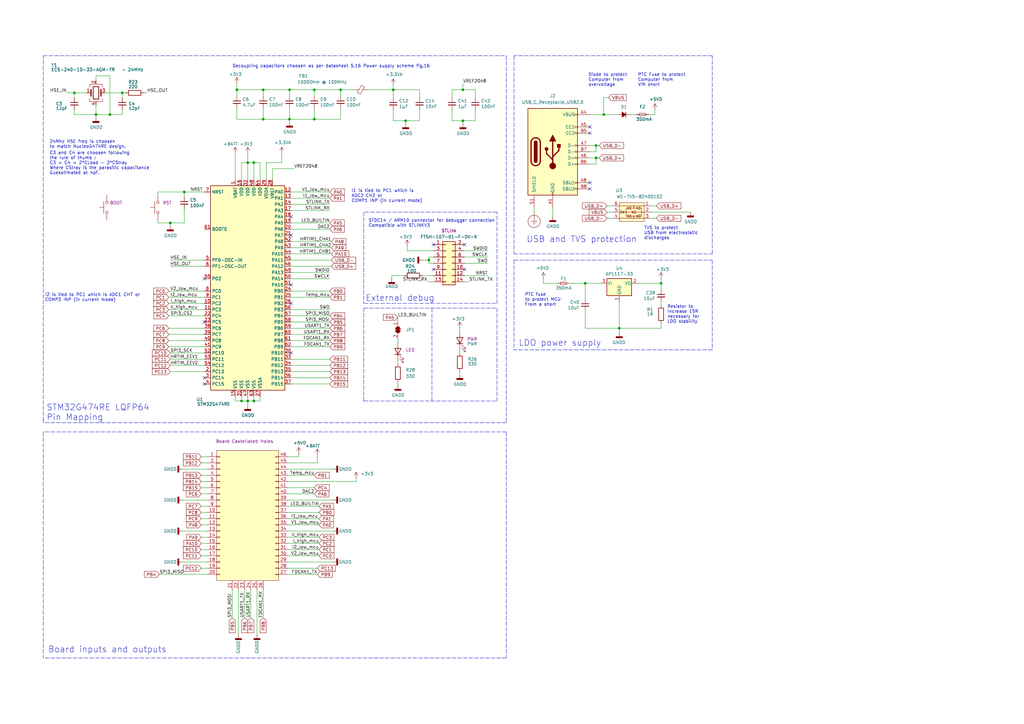
<source format=kicad_sch>
(kicad_sch (version 20211123) (generator eeschema)
  (paper "A3")
  (title_block (title "MCU Shield Board Scheme V1.1.2") (date "2021-06-04") (company "https://gitlab.laas.fr/owntech/1leg/-/tree/V1.1.2/KiCAD_files") (comment 1 "Alinei") (comment 2 "Villa") (comment 3 "Villa") (comment 4 "GFE"))
  (junction (at 97.155 36.83))
  (junction (at 104.14 66.675))
  (junction (at 101.6 164.465))
  (junction (at 107.95 36.83))
  (junction (at 240.03 116.205))
  (junction (at 104.14 164.465))
  (junction (at 118.745 48.895))
  (junction (at 244.475 64.77))
  (junction (at 101.6 66.675))
  (junction (at 139.7 36.83))
  (junction (at 128.905 36.83))
  (junction (at 271.145 116.205))
  (junction (at 166.37 49.53))
  (junction (at 247.65 46.99))
  (junction (at 161.29 36.83))
  (junction (at 75.565 78.74))
  (junction (at 254 134.62))
  (junction (at 39.37 46.99))
  (junction (at 118.745 36.83))
  (junction (at 30.48 38.1))
  (junction (at 244.475 59.69))
  (junction (at 99.06 164.465))
  (junction (at 50.165 38.1))
  (junction (at 128.905 48.895))
  (junction (at 107.95 48.895))
  (junction (at 189.865 36.83))
  (junction (at 175.895 106.68))
  (junction (at 69.85 91.44))
  (junction (at 45.085 46.99))
  (junction (at 189.865 49.53))
  (no_connect (at 119.38 124.46))
  (no_connect (at 83.82 154.94))
  (no_connect (at 119.38 96.52))
  (no_connect (at 241.935 52.07))
  (no_connect (at 241.935 54.61))
  (no_connect (at 241.935 77.47))
  (no_connect (at 241.935 74.93))
  (no_connect (at 190.5 100.33))
  (no_connect (at 190.5 110.49))
  (no_connect (at 119.38 116.84))
  (no_connect (at 83.82 114.3))
  (no_connect (at 177.8 110.49))
  (no_connect (at 83.82 132.08))
  (no_connect (at 119.38 144.78))
  (no_connect (at 119.38 88.9))
  (no_connect (at 177.8 100.33))
  (no_connect (at 83.82 157.48))
  (polyline (pts (xy 203.835 126.365) (xy 203.835 164.465)))
  (wire (pts (xy 185.42 36.83) (xy 189.865 36.83)))
  (wire (pts (xy 118.11 187.325) (xy 122.555 187.325)))
  (wire (pts (xy 30.48 38.1) (xy 35.56 38.1)))
  (wire (pts (xy 244.475 64.77) (xy 245.745 64.77)))
  (wire (pts (xy 161.29 45.085) (xy 161.29 49.53)))
  (wire (pts (xy 188.595 143.51) (xy 188.595 144.78)))
  (wire (pts (xy 99.06 66.675) (xy 101.6 66.675)))
  (wire (pts (xy 104.14 162.56) (xy 104.14 164.465)))
  (wire (pts (xy 136.525 217.805) (xy 118.11 217.805)))
  (wire (pts (xy 97.155 44.45) (xy 97.155 48.895)))
  (wire (pts (xy 249.555 40.005) (xy 247.65 40.005)))
  (wire (pts (xy 30.48 40.005) (xy 30.48 38.1)))
  (wire (pts (xy 97.155 36.83) (xy 97.155 39.37)))
  (wire (pts (xy 119.38 78.74) (xy 135.255 78.74)))
  (wire (pts (xy 27.305 38.1) (xy 30.48 38.1)))
  (wire (pts (xy 82.55 212.725) (xy 85.09 212.725)))
  (wire (pts (xy 82.55 207.645) (xy 85.09 207.645)))
  (polyline (pts (xy 210.82 106.68) (xy 292.1 106.68)))
  (wire (pts (xy 118.745 48.895) (xy 118.745 50.165)))
  (wire (pts (xy 96.52 162.56) (xy 96.52 164.465)))
  (wire (pts (xy 246.38 116.205) (xy 240.03 116.205)))
  (wire (pts (xy 161.29 36.83) (xy 161.29 34.925)))
  (polyline (pts (xy 210.82 104.14) (xy 292.1 104.14)))
  (wire (pts (xy 200.025 102.87) (xy 190.5 102.87)))
  (wire (pts (xy 82.55 197.485) (xy 85.09 197.485)))
  (wire (pts (xy 82.55 225.425) (xy 85.09 225.425)))
  (wire (pts (xy 104.14 73.66) (xy 104.14 66.675)))
  (wire (pts (xy 69.215 139.7) (xy 83.82 139.7)))
  (wire (pts (xy 59.055 38.1) (xy 60.325 38.1)))
  (wire (pts (xy 119.38 149.86) (xy 135.255 149.86)))
  (wire (pts (xy 118.745 48.895) (xy 128.905 48.895)))
  (wire (pts (xy 161.29 49.53) (xy 166.37 49.53)))
  (wire (pts (xy 247.65 46.99) (xy 253.365 46.99)))
  (wire (pts (xy 69.85 106.68) (xy 83.82 106.68)))
  (wire (pts (xy 254 123.825) (xy 254 134.62)))
  (wire (pts (xy 175.895 105.41) (xy 175.895 106.68)))
  (wire (pts (xy 39.37 33.02) (xy 39.37 31.115)))
  (wire (pts (xy 39.37 46.99) (xy 39.37 48.26)))
  (polyline (pts (xy 207.645 177.165) (xy 17.78 177.165)))
  (wire (pts (xy 119.38 109.22) (xy 135.89 109.22)))
  (wire (pts (xy 118.745 36.83) (xy 128.905 36.83)))
  (wire (pts (xy 69.85 149.86) (xy 83.82 149.86)))
  (wire (pts (xy 118.11 200.025) (xy 128.905 200.025)))
  (wire (pts (xy 248.92 86.995) (xy 251.46 86.995)))
  (wire (pts (xy 99.06 162.56) (xy 99.06 164.465)))
  (wire (pts (xy 118.11 212.725) (xy 130.81 212.725)))
  (wire (pts (xy 119.38 83.82) (xy 135.255 83.82)))
  (wire (pts (xy 74.93 192.405) (xy 85.09 192.405)))
  (wire (pts (xy 111.76 73.66) (xy 111.76 69.215)))
  (wire (pts (xy 82.55 194.945) (xy 85.09 194.945)))
  (polyline (pts (xy 292.1 106.68) (xy 292.1 143.51)))
  (wire (pts (xy 189.865 34.29) (xy 189.865 36.83)))
  (wire (pts (xy 82.55 222.885) (xy 85.09 222.885)))
  (wire (pts (xy 118.11 197.485) (xy 146.05 197.485)))
  (wire (pts (xy 82.55 189.865) (xy 85.09 189.865)))
  (wire (pts (xy 167.005 100.965) (xy 167.005 102.87)))
  (polyline (pts (xy 149.225 164.465) (xy 149.225 126.365)))
  (wire (pts (xy 85.09 187.325) (xy 82.55 187.325)))
  (polyline (pts (xy 149.225 126.365) (xy 203.835 126.365)))
  (wire (pts (xy 258.445 46.99) (xy 260.985 46.99)))
  (wire (pts (xy 172.085 45.085) (xy 172.085 49.53)))
  (wire (pts (xy 173.355 106.68) (xy 175.895 106.68)))
  (polyline (pts (xy 210.82 22.86) (xy 210.82 104.14)))
  (wire (pts (xy 69.215 127) (xy 83.82 127)))
  (wire (pts (xy 135.255 142.24) (xy 119.38 142.24)))
  (wire (pts (xy 194.945 36.83) (xy 194.945 40.005)))
  (wire (pts (xy 241.935 59.69) (xy 244.475 59.69)))
  (wire (pts (xy 105.41 260.35) (xy 105.41 241.935)))
  (wire (pts (xy 163.195 139.065) (xy 163.195 140.335)))
  (wire (pts (xy 139.7 36.83) (xy 145.415 36.83)))
  (wire (pts (xy 69.85 109.22) (xy 83.82 109.22)))
  (wire (pts (xy 222.885 114.3) (xy 222.885 116.205)))
  (wire (pts (xy 69.215 119.38) (xy 83.82 119.38)))
  (wire (pts (xy 119.38 147.32) (xy 135.255 147.32)))
  (wire (pts (xy 146.05 196.215) (xy 146.05 197.485)))
  (wire (pts (xy 82.55 233.045) (xy 85.09 233.045)))
  (wire (pts (xy 135.255 134.62) (xy 119.38 134.62)))
  (wire (pts (xy 118.11 227.965) (xy 130.81 227.965)))
  (wire (pts (xy 119.38 129.54) (xy 135.255 129.54)))
  (wire (pts (xy 240.03 127.635) (xy 240.03 134.62)))
  (wire (pts (xy 74.93 217.805) (xy 85.09 217.805)))
  (wire (pts (xy 163.195 156.845) (xy 163.195 158.115)))
  (wire (pts (xy 82.55 210.185) (xy 85.09 210.185)))
  (wire (pts (xy 118.11 225.425) (xy 130.81 225.425)))
  (wire (pts (xy 254 134.62) (xy 271.145 134.62)))
  (wire (pts (xy 118.11 222.885) (xy 130.81 222.885)))
  (polyline (pts (xy 292.1 143.51) (xy 210.82 143.51)))
  (polyline (pts (xy 17.78 177.165) (xy 17.78 269.875)))
  (polyline (pts (xy 17.78 172.72) (xy 17.78 22.86)))
  (wire (pts (xy 200.025 113.03) (xy 190.5 113.03)))
  (wire (pts (xy 39.37 43.18) (xy 39.37 46.99)))
  (wire (pts (xy 69.215 137.16) (xy 83.82 137.16)))
  (wire (pts (xy 185.42 45.085) (xy 185.42 49.53)))
  (wire (pts (xy 119.38 137.16) (xy 135.255 137.16)))
  (wire (pts (xy 69.215 142.24) (xy 83.82 142.24)))
  (wire (pts (xy 175.895 107.95) (xy 177.8 107.95)))
  (wire (pts (xy 107.95 48.895) (xy 118.745 48.895)))
  (wire (pts (xy 128.905 44.45) (xy 128.905 48.895)))
  (wire (pts (xy 100.33 241.935) (xy 100.33 253.365)))
  (wire (pts (xy 139.7 48.895) (xy 139.7 44.45)))
  (wire (pts (xy 64.77 91.44) (xy 64.77 90.17)))
  (wire (pts (xy 172.085 36.83) (xy 161.29 36.83)))
  (wire (pts (xy 119.38 139.7) (xy 135.255 139.7)))
  (wire (pts (xy 107.95 44.45) (xy 107.95 48.895)))
  (wire (pts (xy 173.355 113.03) (xy 177.8 113.03)))
  (wire (pts (xy 122.555 186.055) (xy 122.555 187.325)))
  (wire (pts (xy 119.38 127) (xy 135.255 127)))
  (wire (pts (xy 107.95 241.935) (xy 107.95 253.365)))
  (polyline (pts (xy 207.645 22.86) (xy 207.645 173.355)))
  (wire (pts (xy 119.38 106.68) (xy 135.89 106.68)))
  (wire (pts (xy 161.29 40.005) (xy 161.29 36.83)))
  (wire (pts (xy 82.55 202.565) (xy 85.09 202.565)))
  (wire (pts (xy 95.25 253.365) (xy 95.25 241.935)))
  (wire (pts (xy 222.885 116.205) (xy 228.6 116.205)))
  (wire (pts (xy 248.92 89.535) (xy 251.46 89.535)))
  (wire (pts (xy 115.57 66.675) (xy 109.22 66.675)))
  (wire (pts (xy 271.145 123.825) (xy 271.145 125.095)))
  (wire (pts (xy 136.525 230.505) (xy 118.11 230.505)))
  (wire (pts (xy 119.38 99.06) (xy 135.89 99.06)))
  (wire (pts (xy 135.255 86.36) (xy 119.38 86.36)))
  (wire (pts (xy 118.11 235.585) (xy 130.175 235.585)))
  (wire (pts (xy 118.11 210.185) (xy 130.81 210.185)))
  (wire (pts (xy 185.42 40.005) (xy 185.42 36.83)))
  (polyline (pts (xy 17.78 173.355) (xy 17.78 172.085)))
  (wire (pts (xy 43.18 38.1) (xy 50.165 38.1)))
  (wire (pts (xy 75.565 78.74) (xy 64.77 78.74)))
  (wire (pts (xy 97.155 36.83) (xy 107.95 36.83)))
  (wire (pts (xy 244.475 62.23) (xy 244.475 59.69)))
  (wire (pts (xy 240.03 134.62) (xy 254 134.62)))
  (wire (pts (xy 244.475 59.69) (xy 245.745 59.69)))
  (wire (pts (xy 266.7 84.455) (xy 269.24 84.455)))
  (wire (pts (xy 83.82 147.32) (xy 69.85 147.32)))
  (wire (pts (xy 64.77 78.74) (xy 64.77 80.01)))
  (wire (pts (xy 241.935 62.23) (xy 244.475 62.23)))
  (wire (pts (xy 118.745 44.45) (xy 118.745 48.895)))
  (wire (pts (xy 69.215 124.46) (xy 83.82 124.46)))
  (wire (pts (xy 271.145 116.205) (xy 271.145 118.745)))
  (wire (pts (xy 128.905 48.895) (xy 139.7 48.895)))
  (wire (pts (xy 106.68 164.465) (xy 106.68 162.56)))
  (wire (pts (xy 163.195 130.175) (xy 163.195 131.445)))
  (wire (pts (xy 118.11 233.045) (xy 130.175 233.045)))
  (wire (pts (xy 69.215 121.92) (xy 83.82 121.92)))
  (wire (pts (xy 175.895 106.68) (xy 175.895 107.95)))
  (wire (pts (xy 244.475 67.31) (xy 244.475 64.77)))
  (polyline (pts (xy 203.835 124.46) (xy 203.835 86.995)))
  (wire (pts (xy 219.075 85.09) (xy 219.075 86.995)))
  (wire (pts (xy 45.085 46.99) (xy 50.165 46.99)))
  (wire (pts (xy 99.06 164.465) (xy 101.6 164.465)))
  (wire (pts (xy 82.55 220.345) (xy 85.09 220.345)))
  (wire (pts (xy 69.215 134.62) (xy 83.82 134.62)))
  (wire (pts (xy 166.37 49.53) (xy 166.37 50.8)))
  (wire (pts (xy 101.6 164.465) (xy 104.14 164.465)))
  (wire (pts (xy 106.68 73.66) (xy 106.68 66.675)))
  (polyline (pts (xy 210.82 106.68) (xy 210.82 143.51)))
  (wire (pts (xy 166.37 49.53) (xy 172.085 49.53)))
  (wire (pts (xy 97.155 48.895) (xy 107.95 48.895)))
  (wire (pts (xy 188.595 134.62) (xy 188.595 135.89)))
  (polyline (pts (xy 149.225 124.46) (xy 203.835 124.46)))
  (wire (pts (xy 119.38 104.14) (xy 135.89 104.14)))
  (wire (pts (xy 160.655 113.03) (xy 160.655 114.3)))
  (wire (pts (xy 83.82 78.74) (xy 75.565 78.74)))
  (wire (pts (xy 69.215 129.54) (xy 83.82 129.54)))
  (wire (pts (xy 247.65 40.005) (xy 247.65 46.99)))
  (wire (pts (xy 97.155 36.83) (xy 97.155 34.29)))
  (wire (pts (xy 119.38 132.08) (xy 135.255 132.08)))
  (wire (pts (xy 119.38 93.98) (xy 135.255 93.98)))
  (wire (pts (xy 271.145 114.3) (xy 271.145 116.205)))
  (wire (pts (xy 74.93 205.105) (xy 85.09 205.105)))
  (wire (pts (xy 101.6 166.37) (xy 101.6 164.465)))
  (wire (pts (xy 119.38 121.92) (xy 135.255 121.92)))
  (wire (pts (xy 160.655 113.03) (xy 165.735 113.03)))
  (wire (pts (xy 261.62 116.205) (xy 271.145 116.205)))
  (wire (pts (xy 185.42 49.53) (xy 189.865 49.53)))
  (wire (pts (xy 101.6 73.66) (xy 101.6 66.675)))
  (wire (pts (xy 189.865 50.8) (xy 189.865 49.53)))
  (wire (pts (xy 189.865 49.53) (xy 194.945 49.53)))
  (wire (pts (xy 101.6 162.56) (xy 101.6 164.465)))
  (wire (pts (xy 50.165 38.1) (xy 50.165 40.005)))
  (wire (pts (xy 82.55 227.965) (xy 85.09 227.965)))
  (wire (pts (xy 118.11 220.345) (xy 130.81 220.345)))
  (wire (pts (xy 266.7 86.995) (xy 283.21 86.995)))
  (wire (pts (xy 177.8 115.57) (xy 175.26 115.57)))
  (wire (pts (xy 104.14 164.465) (xy 106.68 164.465)))
  (wire (pts (xy 119.38 154.94) (xy 135.255 154.94)))
  (wire (pts (xy 192.405 115.57) (xy 190.5 115.57)))
  (wire (pts (xy 102.87 241.935) (xy 102.87 253.365)))
  (polyline (pts (xy 207.645 269.875) (xy 17.78 269.875)))
  (wire (pts (xy 119.38 111.76) (xy 135.255 111.76)))
  (wire (pts (xy 75.565 85.725) (xy 75.565 91.44)))
  (wire (pts (xy 118.11 202.565) (xy 128.905 202.565)))
  (wire (pts (xy 119.38 101.6) (xy 135.89 101.6)))
  (wire (pts (xy 163.195 147.955) (xy 163.195 149.225)))
  (polyline (pts (xy 17.78 22.86) (xy 207.645 22.86)))
  (polyline (pts (xy 207.645 177.165) (xy 207.645 269.875)))
  (wire (pts (xy 119.38 157.48) (xy 135.255 157.48)))
  (wire (pts (xy 188.595 152.4) (xy 188.595 153.67)))
  (wire (pts (xy 111.76 69.215) (xy 120.65 69.215)))
  (wire (pts (xy 69.85 152.4) (xy 83.82 152.4)))
  (wire (pts (xy 136.525 205.105) (xy 118.11 205.105)))
  (wire (pts (xy 118.11 194.945) (xy 128.905 194.945)))
  (wire (pts (xy 177.8 105.41) (xy 175.895 105.41)))
  (polyline (pts (xy 177.165 126.365) (xy 177.165 164.465)))
  (wire (pts (xy 271.145 132.715) (xy 271.145 134.62)))
  (wire (pts (xy 107.95 36.83) (xy 118.745 36.83)))
  (polyline (pts (xy 207.645 173.355) (xy 17.78 173.355)))
  (wire (pts (xy 118.745 39.37) (xy 118.745 36.83)))
  (wire (pts (xy 226.695 85.09) (xy 226.695 88.9)))
  (wire (pts (xy 241.935 46.99) (xy 247.65 46.99)))
  (wire (pts (xy 97.79 260.35) (xy 97.79 241.935)))
  (wire (pts (xy 74.93 230.505) (xy 85.09 230.505)))
  (wire (pts (xy 96.52 164.465) (xy 99.06 164.465)))
  (polyline (pts (xy 292.1 22.86) (xy 210.82 22.86)))
  (wire (pts (xy 200.025 105.41) (xy 190.5 105.41)))
  (wire (pts (xy 51.435 38.1) (xy 50.165 38.1)))
  (wire (pts (xy 82.55 215.265) (xy 85.09 215.265)))
  (wire (pts (xy 268.605 45.085) (xy 268.605 46.99)))
  (wire (pts (xy 69.85 91.44) (xy 64.77 91.44)))
  (wire (pts (xy 136.525 192.405) (xy 118.11 192.405)))
  (polyline (pts (xy 149.225 86.995) (xy 149.225 124.46)))
  (polyline (pts (xy 292.1 104.14) (xy 292.1 22.86)))
  (wire (pts (xy 39.37 46.99) (xy 45.085 46.99)))
  (wire (pts (xy 107.95 39.37) (xy 107.95 36.83)))
  (wire (pts (xy 241.935 67.31) (xy 244.475 67.31)))
  (wire (pts (xy 75.565 78.74) (xy 75.565 80.645)))
  (wire (pts (xy 241.935 64.77) (xy 244.475 64.77)))
  (wire (pts (xy 99.06 66.675) (xy 99.06 73.66)))
  (wire (pts (xy 119.38 114.3) (xy 135.255 114.3)))
  (wire (pts (xy 50.165 46.99) (xy 50.165 45.085)))
  (wire (pts (xy 240.03 122.555) (xy 240.03 116.205)))
  (wire (pts (xy 200.025 107.95) (xy 190.5 107.95)))
  (wire (pts (xy 30.48 46.99) (xy 39.37 46.99)))
  (wire (pts (xy 75.565 91.44) (xy 69.85 91.44)))
  (wire (pts (xy 45.085 31.115) (xy 45.085 46.99)))
  (wire (pts (xy 118.11 215.265) (xy 130.81 215.265)))
  (wire (pts (xy 189.865 36.83) (xy 194.945 36.83)))
  (wire (pts (xy 118.11 207.645) (xy 130.81 207.645)))
  (wire (pts (xy 139.7 36.83) (xy 139.7 39.37)))
  (wire (pts (xy 96.52 62.865) (xy 96.52 73.66)))
  (wire (pts (xy 104.14 66.675) (xy 106.68 66.675)))
  (wire (pts (xy 115.57 62.865) (xy 115.57 66.675)))
  (wire (pts (xy 119.38 119.38) (xy 135.255 119.38)))
  (wire (pts (xy 109.22 66.675) (xy 109.22 73.66)))
  (wire (pts (xy 150.495 36.83) (xy 161.29 36.83)))
  (wire (pts (xy 266.065 46.99) (xy 268.605 46.99)))
  (polyline (pts (xy 203.835 86.995) (xy 149.225 86.995)))
  (wire (pts (xy 69.85 92.71) (xy 69.85 91.44)))
  (wire (pts (xy 119.38 81.28) (xy 135.255 81.28)))
  (wire (pts (xy 130.175 189.865) (xy 118.11 189.865)))
  (wire (pts (xy 254 134.62) (xy 254 136.525)))
  (wire (pts (xy 83.82 144.78) (xy 69.85 144.78)))
  (polyline (pts (xy 149.225 164.465) (xy 203.835 164.465)))
  (wire (pts (xy 266.7 89.535) (xy 269.24 89.535)))
  (wire (pts (xy 167.005 102.87) (xy 177.8 102.87)))
  (wire (pts (xy 233.68 116.205) (xy 240.03 116.205)))
  (wire (pts (xy 82.55 200.025) (xy 85.09 200.025)))
  (wire (pts (xy 119.38 91.44) (xy 135.255 91.44)))
  (wire (pts (xy 30.48 45.085) (xy 30.48 46.99)))
  (wire (pts (xy 119.38 152.4) (xy 135.255 152.4)))
  (wire (pts (xy 128.905 36.83) (xy 139.7 36.83)))
  (wire (pts (xy 194.945 49.53) (xy 194.945 45.085)))
  (wire (pts (xy 101.6 66.675) (xy 104.14 66.675)))
  (wire (pts (xy 65.405 235.585) (xy 85.09 235.585)))
  (wire (pts (xy 128.905 39.37) (xy 128.905 36.83)))
  (wire (pts (xy 248.92 84.455) (xy 251.46 84.455)))
  (wire (pts (xy 101.6 62.865) (xy 101.6 66.675)))
  (wire (pts (xy 130.175 186.69) (xy 130.175 189.865)))
  (wire (pts (xy 39.37 31.115) (xy 45.085 31.115)))
  (wire (pts (xy 172.085 40.005) (xy 172.085 36.83)))
  (text "PTC Fuse to protect \nComputer from \nVIN short" (at 261.62 35.56 0) (effects (font (size 1.27 1.27)) (justify left bottom)))
  (text "STDC14 / ARM10 connector for debugger connection\nCompatible with STLINKV3\n" (at 151.13 93.345 0) (effects (font (size 1.27 1.27)) (justify left bottom)))
  (text "Decoupling capacitors choosen as per datasheet 5.16 Power supply scheme fig.16\n" (at 95.25 27.94 0) (effects (font (size 1.27 1.27)) (justify left bottom)))
  (text "I1 is tied to PC1 which is \nADC2 CH2 or \nCOMP1 INP (in current mode)" (at 144.145 83.185 0) (effects (font (size 1.27 1.27)) (justify left bottom)))
  (text "LDO power supply" (at 212.725 142.24 0) (effects (font (size 2.4892 2.4892)) (justify left bottom)))
  (text "STM32G474RE LQFP64\nPin Mapping" (at 19.05 172.72 0) (effects (font (size 2.4892 2.4892)) (justify left bottom)))
  (text "Diode to protect \nComputer from\novervoltage" (at 241.3 35.56 0) (effects (font (size 1.27 1.27)) (justify left bottom)))
  (text "I2 is tied to PC1 which is ADC1 CH7 or \nCOMP3 INP (in current mode)" (at 18.415 123.825 0) (effects (font (size 1.27 1.27)) (justify left bottom)))
  (text "USB and TVS protection" (at 215.9 99.695 0) (effects (font (size 2.4892 2.4892)) (justify left bottom)))
  (text "External debug" (at 149.86 123.825 0) (effects (font (size 2.4892 2.4892)) (justify left bottom)))
  (text "TVS to protect \nUSB from electrostatic \ndischarges" (at 264.16 98.425 0) (effects (font (size 1.27 1.27)) (justify left bottom)))
  (text "Resistor to \nincrease ESR \nnecessary for\nLDO stability" (at 273.685 132.715 0) (effects (font (size 1.27 1.27)) (justify left bottom)))
  (text "PTC fuse\nto protect MCU\nFrom a short" (at 215.265 125.73 0) (effects (font (size 1.27 1.27)) (justify left bottom)))
  (text "C3 and C4 are choosen following \nthe rule of thumb : \nC3 = C4 = 2*CLoad - 2*CStray \nWhere CStray is the parasitic capacitance\nGuesstimated at 4pF." (at 20.32 71.755 0) (effects (font (size 1.27 1.27)) (justify left bottom)))
  (text "Board inputs and outputs" (at 19.685 267.97 0) (effects (font (size 2.4892 2.4892)) (justify left bottom)))
  (text "24Mhz HSE freq is choosen\nto match NucleoG474RE design. " (at 20.32 60.96 0) (effects (font (size 1.27 1.27)) (justify left bottom)))
  (label "V1_low_mcu" (at 119.38 215.265 0))
  (label "SWO" (at 135.255 127 180))
  (label "HRTIM_EEV2" (at 69.85 149.86 0))
  (label "NRST" (at 200.025 113.03 180))
  (label "SPI3_CS2" (at 69.85 129.54 0))
  (label "SPI3_MOSI" (at 95.25 253.365 90))
  (label "V1_low_mcu" (at 135.255 78.74 180))
  (label "HRTIM1_CHA2" (at 135.89 101.6 180))
  (label "VREF2048" (at 189.865 34.29 0))
  (label "HSE_IN" (at 69.85 106.68 0))
  (label "SPI3_SCK" (at 69.85 144.78 0))
  (label "V_high_mcu" (at 130.81 220.345 180))
  (label "HRTIM1_CHB1" (at 135.89 104.14 180))
  (label "HRTIM1_CHA1" (at 135.89 99.06 180))
  (label "SPI3_MISO" (at 65.405 235.585 0))
  (label "I1_low_mcu" (at 135.255 81.28 180))
  (label "FDCAN1_RX" (at 135.255 139.7 180))
  (label "STLINK_RX" (at 135.255 86.36 180))
  (label "I1_low_mcu" (at 119.38 212.725 0))
  (label "V2_low_mcu" (at 69.85 119.38 0))
  (label "SWO" (at 200.025 107.95 180))
  (label "USART1_TX" (at 100.33 253.365 90))
  (label "HSE_OUT" (at 60.325 38.1 0))
  (label "V_high_mcu" (at 69.85 127 0))
  (label "HRTIM_EEV1" (at 69.85 147.32 0))
  (label "V2_low_mcu" (at 130.81 227.965 180))
  (label "DAC2" (at 135.255 93.98 180))
  (label "USART1_RX" (at 135.255 137.16 180))
  (label "SWCLK" (at 135.255 114.3 180))
  (label "DAC2" (at 128.905 202.565 180))
  (label "STLINK_TX" (at 192.405 115.57 0))
  (label "I_high_mcu" (at 130.81 222.885 180))
  (label "LED_BUILTIN" (at 135.255 91.44 180))
  (label "Temp_mcu" (at 135.255 121.92 180))
  (label "VREF2048" (at 120.65 69.215 0))
  (label "I2_low_mcu" (at 130.81 225.425 180))
  (label "LED_BUILTIN" (at 163.195 130.175 0))
  (label "FDCAN1_TX" (at 135.255 142.24 180))
  (label "STLINK_TX" (at 135.255 83.82 180))
  (label "SPI3_MOSI" (at 135.255 132.08 180))
  (label "I2_low_mcu" (at 69.85 121.92 0))
  (label "SWDIO" (at 200.025 102.87 180))
  (label "NRST" (at 78.105 78.74 0))
  (label "Temp_mcu" (at 128.905 194.945 180))
  (label "HSE_IN" (at 27.305 38.1 180))
  (label "FDCAN1_RX" (at 107.95 253.365 90))
  (label "SWCLK" (at 200.025 105.41 180))
  (label "SWDIO" (at 135.255 111.76 180))
  (label "FDCAN1_TX" (at 130.175 235.585 180))
  (label "LED_BUILTIN" (at 130.81 207.645 180))
  (label "USART1_RX" (at 102.87 253.365 90))
  (label "USART1_TX" (at 135.255 134.62 180))
  (label "STLINK_RX" (at 175.26 115.57 180))
  (label "HSE_OUT" (at 69.85 109.22 0))
  (label "SPI3_MISO" (at 135.255 129.54 180))
  (label "I_high_mcu" (at 69.85 124.46 0))
  (global_label "PC0" (shape input) (at 130.81 227.965 0) (property "Références Inter-Feuilles" "${INTERSHEET_REFS}" (effects hide)))
  (global_label "PC10" (shape input) (at 69.85 144.78 180) (property "Références Inter-Feuilles" "${INTERSHEET_REFS}" (effects hide)))
  (global_label "PB5" (shape input) (at 95.25 253.365 270) (property "Références Inter-Feuilles" "${INTERSHEET_REFS}" (effects hide)))
  (global_label "PC2" (shape input) (at 69.215 124.46 180) (property "Références Inter-Feuilles" "${INTERSHEET_REFS}" (effects hide)))
  (global_label "USB_D-" (shape input) (at 245.745 59.69 0) (property "Références Inter-Feuilles" "${INTERSHEET_REFS}" (effects hide)))
  (global_label "PA9" (shape input) (at 135.89 101.6 0) (property "Références Inter-Feuilles" "${INTERSHEET_REFS}" (effects hide)))
  (global_label "PB6" (shape input) (at 135.255 134.62 0) (property "Références Inter-Feuilles" "${INTERSHEET_REFS}" (effects hide)))
  (global_label "PB8" (shape input) (at 135.255 139.7 0) (property "Références Inter-Feuilles" "${INTERSHEET_REFS}" (effects hide)))
  (global_label "PB0" (shape input) (at 130.81 210.185 0) (property "Références Inter-Feuilles" "${INTERSHEET_REFS}" (effects hide)))
  (global_label "USB_D+" (shape input) (at 245.745 64.77 0) (property "Références Inter-Feuilles" "${INTERSHEET_REFS}" (effects hide)))
  (global_label "PA1" (shape input) (at 130.81 212.725 0) (property "Références Inter-Feuilles" "${INTERSHEET_REFS}" (effects hide)))
  (global_label "PA8" (shape input) (at 135.89 99.06 0) (property "Références Inter-Feuilles" "${INTERSHEET_REFS}" (effects hide)))
  (global_label "PC11" (shape input) (at 82.55 227.965 180) (property "Références Inter-Feuilles" "${INTERSHEET_REFS}" (effects hide)))
  (global_label "PB7" (shape input) (at 135.255 137.16 0) (property "Références Inter-Feuilles" "${INTERSHEET_REFS}" (effects hide)))
  (global_label "PA8" (shape input) (at 82.55 215.265 180) (property "Références Inter-Feuilles" "${INTERSHEET_REFS}" (effects hide)))
  (global_label "PB4" (shape input) (at 135.255 129.54 0) (property "Références Inter-Feuilles" "${INTERSHEET_REFS}" (effects hide)))
  (global_label "PB11" (shape input) (at 135.255 147.32 0) (property "Références Inter-Feuilles" "${INTERSHEET_REFS}" (effects hide)))
  (global_label "PC4" (shape input) (at 128.905 200.025 0) (property "Références Inter-Feuilles" "${INTERSHEET_REFS}" (effects hide)))
  (global_label "PB1" (shape input) (at 128.905 194.945 0) (property "Références Inter-Feuilles" "${INTERSHEET_REFS}" (effects hide)))
  (global_label "PB9" (shape input) (at 130.175 235.585 0) (property "Références Inter-Feuilles" "${INTERSHEET_REFS}" (effects hide)))
  (global_label "VBUS" (shape input) (at 249.555 40.005 0) (property "Références Inter-Feuilles" "${INTERSHEET_REFS}" (effects hide)))
  (global_label "PC1" (shape input) (at 69.215 121.92 180) (property "Références Inter-Feuilles" "${INTERSHEET_REFS}" (effects hide)))
  (global_label "PA6" (shape input) (at 135.255 93.98 0) (property "Références Inter-Feuilles" "${INTERSHEET_REFS}" (effects hide)))
  (global_label "USB_D-" (shape input) (at 269.24 89.535 0) (property "Références Inter-Feuilles" "${INTERSHEET_REFS}" (effects hide)))
  (global_label "PA10" (shape input) (at 82.55 222.885 180) (property "Références Inter-Feuilles" "${INTERSHEET_REFS}" (effects hide)))
  (global_label "PC11" (shape input) (at 69.85 147.32 180) (property "Références Inter-Feuilles" "${INTERSHEET_REFS}" (effects hide)))
  (global_label "PC2" (shape input) (at 130.81 222.885 0) (property "Références Inter-Feuilles" "${INTERSHEET_REFS}" (effects hide)))
  (global_label "PB15" (shape input) (at 135.255 157.48 0) (property "Références Inter-Feuilles" "${INTERSHEET_REFS}" (effects hide)))
  (global_label "PA5" (shape input) (at 163.195 130.175 180) (property "Références Inter-Feuilles" "${INTERSHEET_REFS}" (effects hide)))
  (global_label "PC7" (shape input) (at 82.55 207.645 180) (property "Références Inter-Feuilles" "${INTERSHEET_REFS}" (effects hide)))
  (global_label "PB14" (shape input) (at 82.55 197.485 180) (property "Références Inter-Feuilles" "${INTERSHEET_REFS}" (effects hide)))
  (global_label "USB_D+" (shape input) (at 248.92 84.455 180) (property "Références Inter-Feuilles" "${INTERSHEET_REFS}" (effects hide)))
  (global_label "PC13" (shape input) (at 69.85 152.4 180) (property "Références Inter-Feuilles" "${INTERSHEET_REFS}" (effects hide)))
  (global_label "PA1" (shape input) (at 135.255 81.28 0) (property "Références Inter-Feuilles" "${INTERSHEET_REFS}" (effects hide)))
  (global_label "PA6" (shape input) (at 128.905 202.565 0) (property "Références Inter-Feuilles" "${INTERSHEET_REFS}" (effects hide)))
  (global_label "PB11" (shape input) (at 82.55 187.325 180) (property "Références Inter-Feuilles" "${INTERSHEET_REFS}" (effects hide)))
  (global_label "PB15" (shape input) (at 82.55 200.025 180) (property "Références Inter-Feuilles" "${INTERSHEET_REFS}" (effects hide)))
  (global_label "PC12" (shape input) (at 69.85 149.86 180) (property "Références Inter-Feuilles" "${INTERSHEET_REFS}" (effects hide)))
  (global_label "PB1" (shape input) (at 135.255 121.92 0) (property "Références Inter-Feuilles" "${INTERSHEET_REFS}" (effects hide)))
  (global_label "PB13" (shape input) (at 82.55 194.945 180) (property "Références Inter-Feuilles" "${INTERSHEET_REFS}" (effects hide)))
  (global_label "PA9" (shape input) (at 82.55 220.345 180) (property "Références Inter-Feuilles" "${INTERSHEET_REFS}" (effects hide)))
  (global_label "PB8" (shape input) (at 107.95 253.365 270) (property "Références Inter-Feuilles" "${INTERSHEET_REFS}" (effects hide)))
  (global_label "PB7" (shape input) (at 102.87 253.365 270) (property "Références Inter-Feuilles" "${INTERSHEET_REFS}" (effects hide)))
  (global_label "PC3" (shape input) (at 130.81 220.345 0) (property "Références Inter-Feuilles" "${INTERSHEET_REFS}" (effects hide)))
  (global_label "PC0" (shape input) (at 69.215 119.38 180) (property "Références Inter-Feuilles" "${INTERSHEET_REFS}" (effects hide)))
  (global_label "PB12" (shape input) (at 82.55 189.865 180) (property "Références Inter-Feuilles" "${INTERSHEET_REFS}" (effects hide)))
  (global_label "PB14" (shape input) (at 135.255 154.94 0) (property "Références Inter-Feuilles" "${INTERSHEET_REFS}" (effects hide)))
  (global_label "USB_D+" (shape input) (at 269.24 84.455 0) (property "Références Inter-Feuilles" "${INTERSHEET_REFS}" (effects hide)))
  (global_label "PA0" (shape input) (at 130.81 215.265 0) (property "Références Inter-Feuilles" "${INTERSHEET_REFS}" (effects hide)))
  (global_label "PC8" (shape input) (at 69.215 139.7 180) (property "Références Inter-Feuilles" "${INTERSHEET_REFS}" (effects hide)))
  (global_label "PB13" (shape input) (at 135.255 152.4 0) (property "Références Inter-Feuilles" "${INTERSHEET_REFS}" (effects hide)))
  (global_label "PC12" (shape input) (at 82.55 233.045 180) (property "Références Inter-Feuilles" "${INTERSHEET_REFS}" (effects hide)))
  (global_label "PA5" (shape input) (at 130.81 207.645 0) (property "Références Inter-Feuilles" "${INTERSHEET_REFS}" (effects hide)))
  (global_label "PC8" (shape input) (at 82.55 210.185 180) (property "Références Inter-Feuilles" "${INTERSHEET_REFS}" (effects hide)))
  (global_label "PC9" (shape input) (at 82.55 212.725 180) (property "Références Inter-Feuilles" "${INTERSHEET_REFS}" (effects hide)))
  (global_label "VBUS" (shape input) (at 248.92 86.995 180) (property "Références Inter-Feuilles" "${INTERSHEET_REFS}" (effects hide)))
  (global_label "PA10" (shape input) (at 135.89 104.14 0) (property "Références Inter-Feuilles" "${INTERSHEET_REFS}" (effects hide)))
  (global_label "PC6" (shape input) (at 69.215 134.62 180) (property "Références Inter-Feuilles" "${INTERSHEET_REFS}" (effects hide)))
  (global_label "PC10" (shape input) (at 82.55 225.425 180) (property "Références Inter-Feuilles" "${INTERSHEET_REFS}" (effects hide)))
  (global_label "PA5" (shape input) (at 135.255 91.44 0) (property "Références Inter-Feuilles" "${INTERSHEET_REFS}" (effects hide)))
  (global_label "PC13" (shape input) (at 130.175 233.045 0) (property "Références Inter-Feuilles" "${INTERSHEET_REFS}" (effects hide)))
  (global_label "PB5" (shape input) (at 135.255 132.08 0) (property "Références Inter-Feuilles" "${INTERSHEET_REFS}" (effects hide)))
  (global_label "PA0" (shape input) (at 135.255 78.74 0) (property "Références Inter-Feuilles" "${INTERSHEET_REFS}" (effects hide)))
  (global_label "PB0" (shape input) (at 135.255 119.38 0) (property "Références Inter-Feuilles" "${INTERSHEET_REFS}" (effects hide)))
  (global_label "PC4" (shape input) (at 69.215 129.54 180) (property "Références Inter-Feuilles" "${INTERSHEET_REFS}" (effects hide)))
  (global_label "PB9" (shape input) (at 135.255 142.24 0) (property "Références Inter-Feuilles" "${INTERSHEET_REFS}" (effects hide)))
  (global_label "PC6" (shape input) (at 82.55 202.565 180) (property "Références Inter-Feuilles" "${INTERSHEET_REFS}" (effects hide)))
  (global_label "USB_D-" (shape input) (at 135.89 106.68 0) (property "Références Inter-Feuilles" "${INTERSHEET_REFS}" (effects hide)))
  (global_label "PB4" (shape input) (at 65.405 235.585 180) (property "Références Inter-Feuilles" "${INTERSHEET_REFS}" (effects hide)))
  (global_label "USB_D+" (shape input) (at 135.89 109.22 0) (property "Références Inter-Feuilles" "${INTERSHEET_REFS}" (effects hide)))
  (global_label "PB12" (shape input) (at 135.255 149.86 0) (property "Références Inter-Feuilles" "${INTERSHEET_REFS}" (effects hide)))
  (global_label "PC9" (shape input) (at 69.215 142.24 180) (property "Références Inter-Feuilles" "${INTERSHEET_REFS}" (effects hide)))
  (global_label "PB6" (shape input) (at 100.33 253.365 270) (property "Références Inter-Feuilles" "${INTERSHEET_REFS}" (effects hide)))
  (global_label "PC7" (shape input) (at 69.215 137.16 180) (property "Références Inter-Feuilles" "${INTERSHEET_REFS}" (effects hide)))
  (global_label "PC3" (shape input) (at 69.215 127 180) (property "Références Inter-Feuilles" "${INTERSHEET_REFS}" (effects hide)))
  (global_label "USB_D-" (shape input) (at 248.92 89.535 180) (property "Références Inter-Feuilles" "${INTERSHEET_REFS}" (effects hide)))
  (global_label "PC1" (shape input) (at 130.81 225.425 0) (property "Références Inter-Feuilles" "${INTERSHEET_REFS}" (effects hide)))
  (symbol (lib_id "power:+BATT") (at 96.52 62.865 0) (unit 1)
    (property "Reference" "#PWR0103" (effects hide))
    (property "Value" "+BATT" (at 94.615 59.055 0))
  )
  (symbol (lib_id "power:GNDD") (at 101.6 166.37 0) (unit 1)
    (property "Reference" "#PWR0104" (effects hide))
    (property "Value" "GNDD" (at 101.7016 170.307 0))
  )
  (symbol (lib_id "Regulator_Linear:AP1117-33") (at 254 116.205 0) (unit 1)
    (property "Reference" "U4" (at 254 110.0582 0))
    (property "Value" "AP1117-33" (at 254 112.3696 0))
    (property "Footprint" "Package_TO_SOT_SMD:SOT-89-3" (effects hide))
    (property "Datasheet" "http://www.diodes.com/datasheets/AP1117.pdf" (effects hide))
    (property "Manf#" "AP1117E33G-13" (effects hide))
    (property "LCSC" "C6186" (effects hide))
  )
  (symbol (lib_id "power:+3.3V") (at 101.6 62.865 0) (unit 1)
    (property "Reference" "#PWR0108" (effects hide))
    (property "Value" "+3.3V" (at 100.965 59.055 0))
  )
  (symbol (lib_id "power:GNDD") (at 254 136.525 0) (mirror y) (unit 1)
    (property "Reference" "#PWR025" (effects hide))
    (property "Value" "GNDD" (at 253.8984 140.462 0))
  )
  (symbol (lib_id "power:+5VD") (at 222.885 114.3 0) (mirror y) (unit 1)
    (property "Reference" "#PWR024" (effects hide))
    (property "Value" "+5VD" (at 222.504 109.9058 0))
  )
  (symbol (lib_id "power:+3.3V") (at 271.145 114.3 0) (mirror y) (unit 1)
    (property "Reference" "#PWR019" (effects hide))
    (property "Value" "+3.3V" (at 271.78 110.49 0))
  )
  (symbol (lib_id "Device:R") (at 169.545 113.03 90) (unit 1)
    (property "Reference" "R24" (at 170.18 109.22 90) (effects (justify left)))
    (property "Value" "100" (at 170.815 111.125 90) (effects (justify left)))
    (property "Footprint" "Resistor_SMD:R_0402_1005Metric" (effects hide))
    (property "Manf#" "CR0805-FX-1000ELF" (effects hide))
    (property "LCSC" "C25076" (effects hide))
  )
  (symbol (lib_id "power:+3.3VA") (at 115.57 62.865 0) (unit 1)
    (property "Reference" "#PWR03" (effects hide))
    (property "Value" "+3.3VA" (at 115.951 58.4708 0))
  )
  (symbol (lib_id "power:+3.3V") (at 97.155 34.29 0) (unit 1)
    (property "Reference" "#PWR04" (effects hide))
    (property "Value" "+3.3V" (at 96.52 30.48 0))
  )
  (symbol (lib_id "Device:C_Small") (at 107.95 41.91 0) (unit 1)
    (property "Reference" "C7" (at 110.2868 40.7416 0) (effects (justify left)))
    (property "Value" "100nF" (at 110.2868 43.053 0) (effects (justify left)))
    (property "Footprint" "Capacitor_SMD:C_0402_1005Metric" (effects hide))
    (property "Manf#" "CC0805KRX7R9BB104" (effects hide))
    (property "LCSC" " C1525 " (effects hide))
  )
  (symbol (lib_id "Device:C_Small") (at 118.745 41.91 0) (unit 1)
    (property "Reference" "C8" (at 121.0818 40.7416 0) (effects (justify left)))
    (property "Value" "100nF" (at 121.0818 43.053 0) (effects (justify left)))
    (property "Footprint" "Capacitor_SMD:C_0402_1005Metric" (effects hide))
    (property "Manf#" "CC0805KRX7R9BB104" (effects hide))
    (property "LCSC" " C1525 " (effects hide))
  )
  (symbol (lib_id "Device:C_Small") (at 128.905 41.91 0) (unit 1)
    (property "Reference" "C9" (at 131.2418 40.7416 0) (effects (justify left)))
    (property "Value" "100nF" (at 131.2418 43.053 0) (effects (justify left)))
    (property "Footprint" "Capacitor_SMD:C_0402_1005Metric" (effects hide))
    (property "Manf#" "CC0805KRX7R9BB104" (effects hide))
    (property "LCSC" " C1525 " (effects hide))
  )
  (symbol (lib_id "Device:C_Small") (at 139.7 41.91 0) (unit 1)
    (property "Reference" "C10" (at 142.0368 40.7416 0) (effects (justify left)))
    (property "Value" "100nF" (at 142.0368 43.053 0) (effects (justify left)))
    (property "Footprint" "Capacitor_SMD:C_0402_1005Metric" (effects hide))
    (property "Manf#" "CC0805KRX7R9BB104" (effects hide))
    (property "LCSC" " C1525 " (effects hide))
  )
  (symbol (lib_id "Device:C_Small") (at 97.155 41.91 0) (unit 1)
    (property "Reference" "C6" (at 99.4918 40.7416 0) (effects (justify left)))
    (property "Value" "4,7uF" (at 99.4918 43.053 0) (effects (justify left)))
    (property "Footprint" "Capacitor_SMD:C_0603_1608Metric" (effects hide))
    (property "Manf#" "CGA4J1X7R1H475K125AE" (effects hide))
    (property "LCSC" "C19666" (effects hide))
  )
  (symbol (lib_id "Device:C_Small") (at 194.945 42.545 0) (unit 1)
    (property "Reference" "C42" (at 197.2818 41.3766 0) (effects (justify left)))
    (property "Value" "100nF" (at 197.2818 43.688 0) (effects (justify left)))
    (property "Footprint" "Capacitor_SMD:C_0402_1005Metric" (effects hide))
    (property "Manf#" "CC0805KRX7R9BB104" (effects hide))
    (property "LCSC" " C1525 " (effects hide))
  )
  (symbol (lib_id "Device:C_Small") (at 185.42 42.545 0) (unit 1)
    (property "Reference" "C41" (at 187.7568 41.3766 0) (effects (justify left)))
    (property "Value" "1µF" (at 187.7568 43.688 0) (effects (justify left)))
    (property "Footprint" "Capacitor_SMD:C_0603_1608Metric" (effects hide))
    (property "Manf#" "CL21B105KBFNFNE" (effects hide))
    (property "LCSC" "C15849" (effects hide))
  )
  (symbol (lib_id "power:GNDD") (at 188.595 153.67 0) (unit 1)
    (property "Reference" "#PWR0120" (effects hide))
    (property "Value" "GNDD" (at 188.6966 157.607 0))
  )
  (symbol (lib_id "Device:R") (at 188.595 148.59 0) (unit 1)
    (property "Reference" "R26" (at 191.77 147.32 0) (effects (justify left)))
    (property "Value" "330" (at 191.77 149.225 0) (effects (justify left)))
    (property "Footprint" "Resistor_SMD:R_0402_1005Metric" (effects hide))
    (property "Manf#" "CRCW0805330RFKEAC" (effects hide))
    (property "LCSC" "C25104" (effects hide))
  )
  (symbol (lib_id "Device:LED") (at 188.595 139.7 90) (unit 1)
    (property "Reference" "LED2" (effects hide))
    (property "Value" "PWR" (at 191.5922 141.0208 90) (effects (justify right)))
    (property "Footprint" "LED_SMD:LED_0805_2012Metric" (effects hide))
    (property "Manf#" "150080RS75000" (effects hide))
    (property "Name" "PWR" (at 193.675 139.065 90))
    (property "LCSC" "C84256" (effects hide))
  )
  (symbol (lib_id "power:+3.3V") (at 188.595 134.62 0) (unit 1)
    (property "Reference" "#PWR0121" (effects hide))
    (property "Value" "+3.3V" (at 187.96 130.81 0))
  )
  (symbol (lib_id "power:+3.3VA") (at 161.29 34.925 0) (unit 1)
    (property "Reference" "#PWR06" (effects hide))
    (property "Value" "+3.3VA" (at 161.671 30.5308 0))
  )
  (symbol (lib_id "Device:C_Small") (at 172.085 42.545 0) (unit 1)
    (property "Reference" "C14" (at 174.4218 41.3766 0) (effects (justify left)))
    (property "Value" "10nF" (at 174.4218 43.688 0) (effects (justify left)))
    (property "Footprint" "Capacitor_SMD:C_0402_1005Metric" (effects hide))
    (property "Manf#" "C0805X103K5RAC3316" (effects hide))
    (property "LCSC" "C15195" (effects hide))
  )
  (symbol (lib_id "Device:C_Small") (at 161.29 42.545 0) (unit 1)
    (property "Reference" "C12" (at 163.6268 41.3766 0) (effects (justify left)))
    (property "Value" "1µF" (at 163.6268 43.688 0) (effects (justify left)))
    (property "Footprint" "Capacitor_SMD:C_0603_1608Metric" (effects hide))
    (property "Manf#" "CL21B105KBFNFNE" (effects hide))
    (property "LCSC" "C15849" (effects hide))
  )
  (symbol (lib_id "Device:FerriteBead_Small") (at 147.955 36.83 270) (unit 1)
    (property "Reference" "FB1" (at 124.46 31.115 90))
    (property "Value" "1000Ohm @ 100MHz" (at 132.08 33.655 90))
    (property "Footprint" "Resistor_SMD:R_0402_1005Metric" (effects hide))
    (property "Manf#" "ILBB0805ER101V" (effects hide))
  )
  (symbol (lib_id "power:GNDD") (at 189.865 50.8 0) (unit 1)
    (property "Reference" "#PWR045" (effects hide))
    (property "Value" "GNDD" (at 189.9666 54.737 0))
  )
  (symbol (lib_id "Device:C_Small") (at 30.48 42.545 0) (unit 1)
    (property "Reference" "C3" (at 22.86 42.545 0) (effects (justify left)))
    (property "Value" "12pF" (at 22.86 44.45 0) (effects (justify left)))
    (property "Footprint" "Capacitor_SMD:C_0402_1005Metric" (effects hide))
    (property "Manf#" "C0805C120K5HACTU" (effects hide))
    (property "LCSC" " C1547 " (effects hide))
  )
  (symbol (lib_id "Device:C_Small") (at 50.165 42.545 0) (unit 1)
    (property "Reference" "C4" (at 52.705 42.545 0) (effects (justify left)))
    (property "Value" "12pF" (at 52.705 44.45 0) (effects (justify left)))
    (property "Footprint" "Capacitor_SMD:C_0402_1005Metric" (effects hide))
    (property "Manf#" "C0805C120K5HACTU" (effects hide))
    (property "LCSC" " C1547 " (effects hide))
  )
  (symbol (lib_id "power:GNDD") (at 39.37 48.26 0) (unit 1)
    (property "Reference" "#PWR01" (effects hide))
    (property "Value" "GNDD" (at 39.4716 52.197 0))
  )
  (symbol (lib_id "Device:LED") (at 163.195 144.145 90) (unit 1)
    (property "Reference" "LED1" (effects hide))
    (property "Value" "LED" (effects hide))
    (property "Footprint" "LED_SMD:LED_0805_2012Metric" (effects hide))
    (property "Manf#" "150080RS75000" (effects hide))
    (property "Name" "LED" (at 168.275 143.51 90))
    (property "LCSC" "C84256" (effects hide))
  )
  (symbol (lib_id "power:GNDD") (at 118.745 50.165 0) (unit 1)
    (property "Reference" "#PWR05" (effects hide))
    (property "Value" "GNDD" (at 118.8466 54.102 0))
  )
  (symbol (lib_id "Connector_Generic:Conn_02x07_Odd_Even") (at 182.88 107.95 0) (unit 1)
    (property "Reference" "J8" (effects hide))
    (property "Value" "FTSH-107-01-F-DV-K " (at 184.15 97.1296 0))
    (property "Footprint" "Connector_PinHeader_1.27mm:PinHeader_2x07_P1.27mm_Vertical_SMD" (effects hide))
    (property "Manf#" "FTSH-107-01-F-DV-K " (effects hide))
    (property "Name" "STLink" (at 184.15 94.615 0))
  )
  (symbol (lib_id "power:GNDD") (at 166.37 50.8 0) (unit 1)
    (property "Reference" "#PWR07" (effects hide))
    (property "Value" "GNDD" (at 166.4716 54.737 0))
  )
  (symbol (lib_id "Device:R") (at 163.195 153.035 0) (unit 1)
    (property "Reference" "R28" (at 166.37 151.765 0) (effects (justify left)))
    (property "Value" "330" (at 166.37 154.305 0) (effects (justify left)))
    (property "Footprint" "Resistor_SMD:R_0402_1005Metric" (effects hide))
    (property "Manf#" "CRCW0805330RFKEAC" (effects hide))
    (property "LCSC" "C25104" (effects hide))
  )
  (symbol (lib_id "power:GNDD") (at 163.195 158.115 0) (unit 1)
    (property "Reference" "#PWR041" (effects hide))
    (property "Value" "GNDD" (at 163.2966 162.052 0))
  )
  (symbol (lib_id "Device:C_Small") (at 75.565 83.185 0) (unit 1)
    (property "Reference" "C5" (at 77.9018 82.0166 0) (effects (justify left)))
    (property "Value" "100nF" (at 77.9018 84.328 0) (effects (justify left)))
    (property "Footprint" "Capacitor_SMD:C_0402_1005Metric" (effects hide))
    (property "Manf#" "CC0805KRX7R9BB104" (effects hide))
    (property "LCSC" " C1525 " (effects hide))
  )
  (symbol (lib_id "Switch:SW_Push") (at 64.77 85.09 90) (unit 1)
    (property "Reference" "SW1" (effects hide))
    (property "Value" "KMR241NGLFS" (effects hide))
    (property "Footprint" "Button_Switch_SMD:SW_Push_1P1T_NO_CK_KMR2" (effects hide))
    (property "Manf#" "KMR241NGLFS" (effects hide))
    (property "Name" "RST" (at 68.58 83.185 90))
  )
  (symbol (lib_id "power:GNDD") (at 69.85 92.71 0) (unit 1)
    (property "Reference" "#PWR02" (effects hide))
    (property "Value" "GNDD" (at 69.9516 96.647 0))
  )
  (symbol (lib_id "Symbols:STM32G474RE") (at 101.6 116.84 0) (unit 1)
    (property "Reference" "U1" (at 81.915 163.83 0))
    (property "Value" "STM32G474RE" (at 87.63 165.735 0))
    (property "Footprint" "Package_QFP:LQFP-64_10x10mm_P0.5mm" (effects hide))
    (property "Datasheet" "https://www.st.com/resource/en/datasheet/stm32g474re.pdf" (effects hide))
    (property "Manf#" "STM32G474RET6" (effects hide))
  )
  (symbol (lib_id "Device:C_Small") (at 240.03 125.095 0) (mirror y) (unit 1)
    (property "Reference" "C40" (at 237.6932 123.9266 0) (effects (justify left)))
    (property "Value" "10uF" (at 237.6932 126.238 0) (effects (justify left)))
    (property "Footprint" "Capacitor_SMD:C_0805_2012Metric" (effects hide))
    (property "Manf#" "CL32B106KBJZW6E" (effects hide))
    (property "LCSC" "C15850" (effects hide))
  )
  (symbol (lib_id "Device:C_Small") (at 271.145 121.285 0) (mirror y) (unit 1)
    (property "Reference" "C39" (at 268.8082 120.1166 0) (effects (justify left)))
    (property "Value" "10uF" (at 268.8082 122.428 0) (effects (justify left)))
    (property "Footprint" "Capacitor_SMD:C_0805_2012Metric" (effects hide))
    (property "Manf#" "CL32B106KBJZW6E" (effects hide))
    (property "LCSC" "C15850" (effects hide))
  )
  (symbol (lib_id "Device:Crystal_GND24") (at 39.37 38.1 0) (unit 1)
    (property "Reference" "Y1" (at 20.955 26.67 0) (effects (justify left)))
    (property "Value" "ECS-240-10-33-AGM-TR   - 24MHz" (at 20.955 28.575 0) (effects (justify left)))
    (property "Footprint" "Crystal:Crystal_SMD_3225-4Pin_3.2x2.5mm" (effects hide))
    (property "Manf#" "ECS-240-10-33-AGM-TR" (effects hide))
  )
  (symbol (lib_id "Device:R") (at 55.245 38.1 90) (unit 1)
    (property "Reference" "R23" (at 56.515 33.655 90) (effects (justify left)))
    (property "Value" "220" (at 56.515 35.56 90) (effects (justify left)))
    (property "Footprint" "Resistor_SMD:R_0402_1005Metric" (effects hide))
    (property "Manf#" "CRCW0805220RFKEAC" (effects hide))
    (property "LCSC" "C25091" (effects hide))
  )
  (symbol (lib_id "power:+3.3V") (at 167.005 100.965 0) (unit 1)
    (property "Reference" "#PWR035" (effects hide))
    (property "Value" "+3.3V" (at 166.37 97.155 0))
  )
  (symbol (lib_id "power:GNDD") (at 173.355 106.68 270) (unit 1)
    (property "Reference" "#PWR037" (effects hide))
    (property "Value" "GNDD" (at 167.64 106.68 90))
  )
  (symbol (lib_id "power:GNDD") (at 160.655 114.3 0) (unit 1)
    (property "Reference" "#PWR034" (effects hide))
    (property "Value" "GNDD" (at 160.655 117.475 0))
  )
  (symbol (lib_id "power:GNDD") (at 136.525 192.405 90) (unit 1)
    (property "Reference" "#PWR0117" (effects hide))
    (property "Value" "GNDD" (at 141.605 192.405 90))
  )
  (symbol (lib_id "power:GNDD") (at 136.525 205.105 90) (unit 1)
    (property "Reference" "#PWR0118" (effects hide))
    (property "Value" "GNDD" (at 141.605 205.105 90))
  )
  (symbol (lib_id "Device:D_Small_Filled") (at 255.905 46.99 180) (unit 1)
    (property "Reference" "D1" (at 255.905 43.815 0))
    (property "Value" "D_Small_Filled" (effects hide))
    (property "Footprint" "Diode_SMD:D_SOD-523" (effects hide))
    (property "Footprint" "Diode_SMD:D_SOD-523" (effects hide))
    (property "Reference" "D1" (effects hide))
    (property "Value" "D_Small_Filled" (effects hide))
  )
  (symbol (lib_id "power:+5VD") (at 268.605 45.085 0) (unit 1)
    (property "Reference" "#PWR0101" (effects hide))
    (property "Value" "+5VD" (at 268.986 40.6908 0))
  )
  (symbol (lib_id "power:GNDD") (at 74.93 217.805 270) (unit 1)
    (property "Reference" "#PWR0123" (effects hide))
    (property "Value" "GNDD" (at 69.85 217.805 90))
  )
  (symbol (lib_id "power:+BATT") (at 130.175 186.69 0) (unit 1)
    (property "Reference" "#PWR0126" (effects hide))
    (property "Value" "+BATT" (at 128.27 182.88 0))
  )
  (symbol (lib_id "Device:R") (at 271.145 128.905 180) (unit 1)
    (property "Reference" "R1" (at 267.97 127 0) (effects (justify left)))
    (property "Value" "1R" (at 267.97 128.905 0) (effects (justify left)))
    (property "Footprint" "Resistor_SMD:R_0402_1005Metric" (effects hide))
    (property "Manf#" "CR0805-FX-1000ELF" (effects hide))
    (property "LCSC" "C25076" (effects hide))
  )
  (symbol (lib_id "power:GNDD") (at 105.41 260.35 0) (unit 1)
    (property "Reference" "#PWR0111" (effects hide))
    (property "Value" "GNDD" (at 105.41 265.43 90))
  )
  (symbol (lib_id "power:GNDD") (at 136.525 217.805 90) (unit 1)
    (property "Reference" "#PWR0112" (effects hide))
    (property "Value" "GNDD" (at 141.605 217.805 90))
  )
  (symbol (lib_id "power:GNDD") (at 136.525 230.505 90) (unit 1)
    (property "Reference" "#PWR0113" (effects hide))
    (property "Value" "GNDD" (at 141.605 230.505 90))
  )
  (symbol (lib_id "Power_Protection:WE-TVS-82400102") (at 259.08 86.995 0) (mirror y) (unit 1)
    (property "Reference" "U3" (at 255.27 78.105 0) (effects (justify left)))
    (property "Value" "WE-TVS-82400102" (at 271.78 80.645 0) (effects (justify left)))
    (property "Footprint" "Package_TO_SOT_SMD:SOT-23-6" (effects hide))
    (property "Datasheet" "https://katalog.we-online.de/pbs/datasheet/82400102.pdf" (effects hide))
  )
  (symbol (lib_id "power:GNDD") (at 74.93 205.105 270) (unit 1)
    (property "Reference" "#PWR0124" (effects hide))
    (property "Value" "GNDD" (at 69.85 205.105 90))
  )
  (symbol (lib_id "Switch:SW_Push") (at 43.815 85.09 90) (unit 1)
    (property "Reference" "SW2" (effects hide))
    (property "Value" "KMR241NGLFS" (effects hide))
    (property "Footprint" "Button_Switch_SMD:SW_Push_1P1T_NO_CK_KMR2" (effects hide))
    (property "Manf#" "KMR241NGLFS" (effects hide))
    (property "Name" "BOOT" (at 47.625 83.185 90))
  )
  (symbol (lib_id "power:Earth_Protective") (at 219.075 86.995 0) (unit 1)
    (property "Reference" "#PWR0107" (effects hide))
    (property "Value" "Earth_Protective" (effects hide))
  )
  (symbol (lib_id "power:GNDD") (at 97.79 260.35 0) (unit 1)
    (property "Reference" "#PWR0110" (effects hide))
    (property "Value" "GNDD" (at 97.79 265.43 90))
  )
  (symbol (lib_id "Device:Fuse_Small") (at 263.525 46.99 0) (mirror y) (unit 1)
    (property "Reference" "F2" (at 263.525 43.815 0))
    (property "Value" "350mA" (at 264.16 48.895 0))
    (property "Footprint" "Fuse:Fuse_0805_2012Metric" (effects hide))
  )
  (symbol (lib_id "Connector_Generic:Conn_02x20_Top_Bottom") (at 90.17 210.185 0) (unit 1)
    (property "Reference" "J1" (effects hide))
    (property "Value" "Conn_02x20_Top_Bottom" (effects hide))
    (property "Footprint" "Footprints:RasberryPi Pico" (effects hide))
    (property "Name" "Board Castellated Holes" (at 100.33 180.975 0))
  )
  (symbol (lib_id "Jumper:SolderJumper_2_Bridged") (at 163.195 135.255 270) (unit 1)
    (property "Reference" "JP1" (at 168.275 135.255 90))
    (property "Value" "SolderJumper_2_Bridged" (effects hide))
    (property "Footprint" "Jumper:SolderJumper-2_P1.3mm_Open_TrianglePad1.0x1.5mm" (effects hide))
  )
  (symbol (lib_id "power:+5VD") (at 122.555 186.055 0) (unit 1)
    (property "Reference" "#PWR0122" (effects hide))
    (property "Value" "+5VD" (at 122.936 181.6608 0))
  )
  (symbol (lib_id "power:GNDD") (at 74.93 230.505 270) (unit 1)
    (property "Reference" "#PWR0102" (effects hide))
    (property "Value" "GNDD" (at 69.85 230.505 90))
  )
  (symbol (lib_id "power:GNDD") (at 74.93 192.405 270) (unit 1)
    (property "Reference" "#PWR0125" (effects hide))
    (property "Value" "GNDD" (at 69.85 192.405 90))
  )
  (symbol (lib_id "power:+3.3V") (at 146.05 196.215 0) (mirror y) (unit 1)
    (property "Reference" "#PWR0105" (effects hide))
    (property "Value" "+3.3V" (at 150.495 194.31 0))
  )
  (symbol (lib_id "Connector:USB_C_Receptacle_USB2.0") (at 226.695 62.23 0) (unit 1)
    (property "Reference" "J2" (at 226.695 39.37 0))
    (property "Value" "USB_C_Receptacle_USB2.0" (at 226.695 41.91 0))
    (property "Footprint" "Connector_USB:USB_C_Receptacle_HRO_TYPE-C-31-M-12" (effects hide))
    (property "Datasheet" "https://www.usb.org/sites/default/files/documents/usb_type-c.zip" (effects hide))
  )
  (symbol (lib_id "power:GNDD") (at 283.21 86.995 0) (unit 1)
    (property "Reference" "#PWR0127" (effects hide))
    (property "Value" "GNDD" (at 283.3116 90.932 0))
  )
  (symbol (lib_id "Device:Fuse_Small") (at 231.14 116.205 0) (mirror y) (unit 1)
    (property "Reference" "F1" (at 231.14 114.3 0))
    (property "Value" "350mA" (at 231.14 118.11 0))
    (property "Footprint" "Fuse:Fuse_0805_2012Metric" (effects hide))
  )
  (symbol (lib_id "power:GNDD") (at 226.695 88.9 0) (unit 1)
    (property "Reference" "#PWR0106" (effects hide))
    (property "Value" "GNDD" (at 226.7966 92.837 0))
  )
)
</source>
